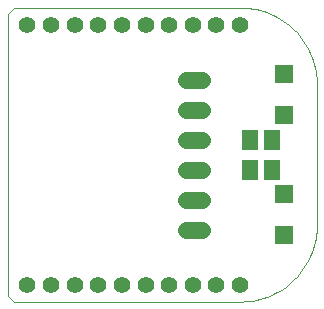
<source format=gts>
G75*
G70*
%OFA0B0*%
%FSLAX24Y24*%
%IPPOS*%
%LPD*%
%AMOC8*
5,1,8,0,0,1.08239X$1,22.5*
%
%ADD10C,0.0000*%
%ADD11C,0.0555*%
%ADD12C,0.0560*%
%ADD13R,0.0631X0.0631*%
%ADD14R,0.0552X0.0670*%
D10*
X001606Y001227D02*
X001806Y001027D01*
X009406Y001027D01*
X009527Y001033D01*
X009648Y001044D01*
X009768Y001061D01*
X009888Y001083D01*
X010006Y001111D01*
X010122Y001145D01*
X010237Y001184D01*
X010350Y001229D01*
X010461Y001279D01*
X010569Y001334D01*
X010674Y001394D01*
X010776Y001459D01*
X010876Y001529D01*
X010971Y001604D01*
X011063Y001683D01*
X011152Y001766D01*
X011236Y001854D01*
X011316Y001945D01*
X011391Y002040D01*
X011462Y002139D01*
X011528Y002241D01*
X011589Y002346D01*
X011645Y002453D01*
X011696Y002563D01*
X011741Y002676D01*
X011782Y002790D01*
X011816Y002907D01*
X011845Y003025D01*
X011869Y003144D01*
X011887Y003264D01*
X011899Y003384D01*
X011905Y003506D01*
X011906Y003627D01*
X011906Y008227D01*
X011905Y008348D01*
X011899Y008470D01*
X011887Y008590D01*
X011869Y008710D01*
X011845Y008829D01*
X011816Y008947D01*
X011782Y009064D01*
X011741Y009178D01*
X011696Y009291D01*
X011645Y009401D01*
X011589Y009508D01*
X011528Y009613D01*
X011462Y009715D01*
X011391Y009814D01*
X011316Y009909D01*
X011236Y010000D01*
X011152Y010088D01*
X011063Y010171D01*
X010971Y010250D01*
X010876Y010325D01*
X010776Y010395D01*
X010674Y010460D01*
X010569Y010520D01*
X010461Y010575D01*
X010350Y010625D01*
X010237Y010670D01*
X010122Y010709D01*
X010006Y010743D01*
X009888Y010771D01*
X009768Y010793D01*
X009648Y010810D01*
X009527Y010821D01*
X009406Y010827D01*
X001806Y010827D01*
X001606Y010627D01*
X001606Y001227D01*
D11*
X002263Y001597D03*
X003050Y001597D03*
X003838Y001597D03*
X004625Y001597D03*
X005413Y001597D03*
X006200Y001597D03*
X006987Y001597D03*
X007775Y001597D03*
X008562Y001597D03*
X009350Y001597D03*
X009350Y010258D03*
X008562Y010258D03*
X007775Y010258D03*
X006987Y010258D03*
X006200Y010258D03*
X005413Y010258D03*
X004625Y010258D03*
X003838Y010258D03*
X003050Y010258D03*
X002263Y010258D03*
D12*
X007546Y008427D02*
X008066Y008427D01*
X008066Y007427D02*
X007546Y007427D01*
X007546Y006427D02*
X008066Y006427D01*
X008066Y005427D02*
X007546Y005427D01*
X007546Y004427D02*
X008066Y004427D01*
X008066Y003427D02*
X007546Y003427D01*
D13*
X010806Y003238D03*
X010806Y004616D03*
X010806Y007238D03*
X010806Y008616D03*
D14*
X010430Y006427D03*
X009682Y006427D03*
X009682Y005427D03*
X010430Y005427D03*
M02*

</source>
